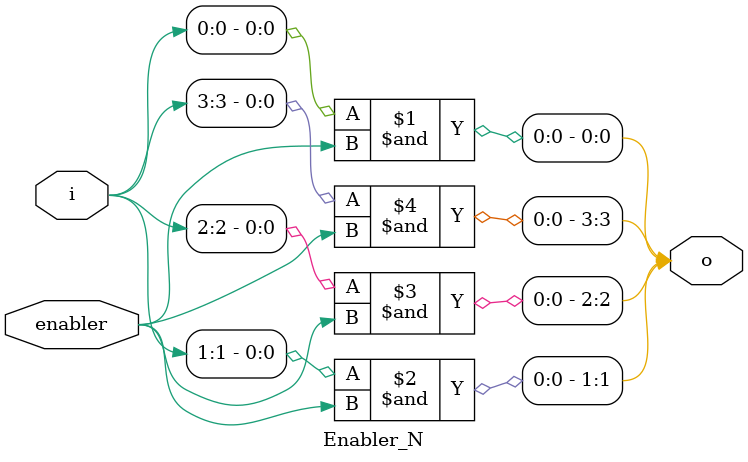
<source format=sv>
module Enabler_N #(parameter N = 4)
(
	input [N-1:0] i,
	input enabler,
	output [N-1:0] o
);
//Sintetiza ANDs
	genvar j;
	generate
		for(j = 0; j < N; j++)
			begin: forloop
				assign o[j] = i[j] & enabler;
			end
	endgenerate
endmodule

//Sintetiza Deco y Mux
/*
	always_comb
	begin
		case(enabler)
			1'b1:  o=i;
			default:  o=0;
		endcase
	end
	
*/
</source>
